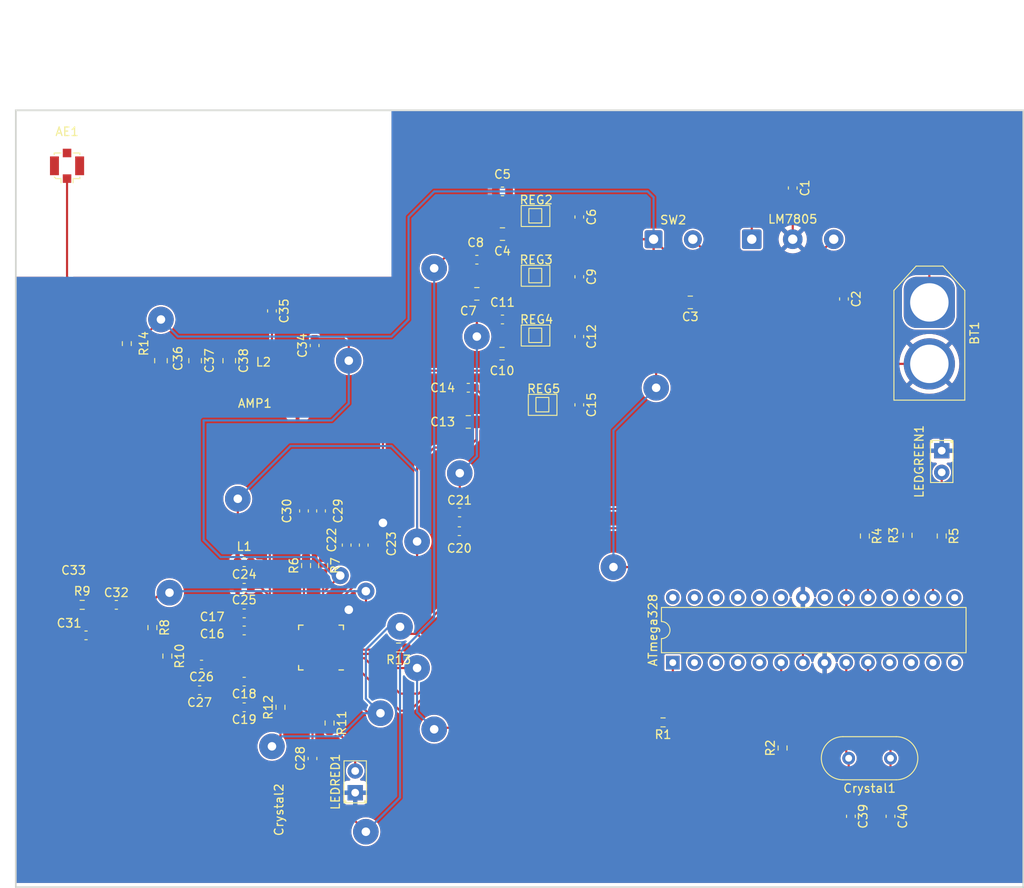
<source format=kicad_pcb>
(kicad_pcb (version 20211014) (generator pcbnew)
  (layers (0 "F.Cu" signal) (31 "B.Cu" signal) (34 "B.Paste" user) (35 "F.Paste" user) (36 "B.SilkS" user "B.Silkscreen") (37 "F.SilkS" user "F.Silkscreen") (38 "B.Mask" user) (39 "F.Mask" user) (44 "Edge.Cuts" user))
  (net 0 "")
  (net 1 "CLK")
  (net 2 "Data")
  (net 3 "LE")
  (net 5 "VP")
  (net 6 "Net-(ADF4350BCPZ-RL7-Pad7)")
  (net 7 "GND")
  (net 8 "AMP")
  (net 9 "Net-(ADF4350BCPZ-RL7-Pad13)")
  (net 12 "Net-(ADF4350BCPZ-RL7-Pad16)")
  (net 13 "Net-(ADF4350BCPZ-RL7-Pad19)")
  (net 14 "Net-(ADF4350BCPZ-RL7-Pad20)")
  (net 15 "Net-(ADF4350BCPZ-RL7-Pad22)")
  (net 16 "Net-(ADF4350BCPZ-RL7-Pad23)")
  (net 17 "Net-(ADF4350BCPZ-RL7-Pad24)")
  (net 19 "Net-(ADF4350BCPZ-RL7-Pad26)")
  (net 20 "PDBRF")
  (net 21 "Net-(ADF4350BCPZ-RL7-Pad30)")
  (net 22 "Net-(AE1-Pad1)")
  (net 23 "Net-(AMP1-Pad1)")
  (net 24 "Net-(ATmega328-Pad1)")
  (net 29 "Net-(ATmega328-Pad6)")
  (net 30 "5V")
  (net 31 "Net-(ATmega328-Pad9)")
  (net 32 "Net-(ATmega328-Pad10)")
  (net 38 "Net-(ATmega328-Pad16)")
  (net 39 "Net-(ATmega328-Pad17)")
  (net 41 "Net-(ATmega328-Pad19)")
  (net 49 "Net-(BT1-Pad1)")
  (net 50 "Net-(C2-Pad1)")
  (net 51 "REFIN")
  (net 52 "Net-(C8-Pad1)")
  (net 53 "REFOUT-")
  (net 54 "Net-(C11-Pad1)")
  (net 55 "Net-(C28-Pad1)")
  (net 56 "Net-(C32-Pad1)")
  (net 57 "Net-(C36-Pad1)")
  (net 58 "Net-(LEDGREEN1-Pad2)")
  (net 59 "Net-(ADF4350BCPZ-RL7-Pad4)")
  (net 60 "Net-(ADF4350BCPZ-RL7-Pad29)")
  (net 61 "Net-(AMP1-Pad3)")
  (net 62 "Net-(C5-Pad1)")
  (net 63 "Net-(C14-Pad1)")
  (net 64 "Net-(LEDRED1-Pad2)")
  (footprint "Capacitor_SMD:C_0603_1608Metric" (layer "F.Cu") (at 111 66.05 90)
    (fp_text reference "C34")
    (fp_text value "100p")
  )
  (footprint "Capacitor_SMD:C_0603_1608Metric" (layer "F.Cu") (at 127.975 85.6)
    (fp_text reference "C21")
    (fp_text value "100n")
  )
  (footprint "Capacitor_SMD:C_0603_1608Metric" (layer "F.Cu") (at 114.75 89.425 90)
    (fp_text reference "C22")
    (fp_text value "10p")
  )
  (footprint "Capacitor_SMD:C_0603_1608Metric" (layer "F.Cu") (at 116.75 89.425 90)
    (fp_text reference "C23")
    (fp_text value "100n")
  )
  (footprint "Resistor_SMD:R_0603_1608Metric_Pad0.98x0.95mm_HandSolder" (layer "F.Cu") (at 184.45 88.365 -90)
    (fp_text reference "R5")
    (fp_text value "220")
  )
  (footprint "Resistor_SMD:R_0603_1608Metric_Pad0.98x0.95mm_HandSolder" (layer "F.Cu") (at 92 99.0875 -90)
    (fp_text reference "R8")
    (fp_text value "680")
  )
  (footprint "Capacitor_SMD:C_0603_1608Metric" (layer "F.Cu") (at 133 48 180)
    (fp_text reference "C5")
    (fp_text value "10n")
  )
  (footprint "Capacitor_SMD:C_0805_2012Metric" (layer "F.Cu") (at 132.95 67 180)
    (fp_text reference "C10")
    (fp_text value "4u7")
  )
  (footprint "Capacitor_SMD:C_0603_1608Metric" (layer "F.Cu") (at 102.75 97.425 180)
    (fp_text reference "C17")
    (fp_text value "100n")
  )
  (footprint "Library:HMC" (layer "F.Cu") (at 109 72.825 180)
    (fp_text reference "AMP1")
    (fp_text value "HMC589AST89E")
  )
  (footprint "Capacitor_SMD:C_0603_1608Metric" (layer "F.Cu") (at 129 71 180)
    (fp_text reference "C14")
    (fp_text value "10n")
  )
  (footprint "Connector_Coaxial:U.FL_Molex_MCRF_73412-0110_Vertical" (layer "F.Cu") (at 82 45)
    (fp_text reference "AE1")
    (fp_text value "Antenna")
  )
  (footprint "Capacitor_SMD:C_0603_1608Metric" (layer "F.Cu") (at 102.75 108.425 180)
    (fp_text reference "C19")
    (fp_text value "100n" hide)
  )
  (footprint "Capacitor_SMD:C_0603_1608Metric" (layer "F.Cu") (at 142 58 -90)
    (fp_text reference "C9")
    (fp_text value "1u")
  )
  (footprint "Library:LP2992" (layer "F.Cu") (at 137 51 180)
    (fp_text reference "REG2")
    (fp_text value "LP2992")
  )
  (footprint "Capacitor_SMD:C_0805_2012Metric" (layer "F.Cu") (at 97 67.825 -90)
    (fp_text reference "C37")
    (fp_text value "1n")
  )
  (footprint "Capacitor_SMD:C_0603_1608Metric" (layer "F.Cu") (at 142 73 -90)
    (fp_text reference "C15")
    (fp_text value "1u")
  )
  (footprint "Resistor_SMD:R_0603_1608Metric_Pad0.98x0.95mm_HandSolder" (layer "F.Cu") (at 120.8375 101.425 180)
    (fp_text reference "R13")
    (fp_text value "10k")
  )
  (footprint "Capacitor_SMD:C_0603_1608Metric" (layer "F.Cu") (at 167 47.6 -90)
    (fp_text reference "C1")
    (fp_text value "330n")
  )
  (footprint "Capacitor_SMD:C_0805_2012Metric" (layer "F.Cu") (at 129 75 180)
    (fp_text reference "C13")
    (fp_text value "4u7")
  )
  (footprint "Library:LP2992" (layer "F.Cu") (at 137.83 73.12 180)
    (fp_text reference "REG5")
    (fp_text value "LP2992")
  )
  (footprint "Capacitor_SMD:C_0603_1608Metric" (layer "F.Cu") (at 97.75 103.425 180)
    (fp_text reference "C26")
    (fp_text value "10p")
  )
  (footprint "Resistor_SMD:R_0603_1608Metric_Pad0.98x0.95mm_HandSolder" (layer "F.Cu") (at 175.45 88.365 -90)
    (fp_text reference "R4")
    (fp_text value "2k")
  )
  (footprint "Resistor_SMD:R_0603_1608Metric_Pad0.98x0.95mm_HandSolder" (layer "F.Cu") (at 112.75 110.265 -90)
    (fp_text reference "R11")
    (fp_text value "2k")
  )
  (footprint "Resistor_SMD:R_0603_1608Metric_Pad0.98x0.95mm_HandSolder" (layer "F.Cu") (at 93.75 102.425 -90)
    (fp_text reference "R10")
    (fp_text value "4k7")
  )
  (footprint "Capacitor_SMD:C_0603_1608Metric" (layer "F.Cu") (at 142 65 -90)
    (fp_text reference "C12")
    (fp_text value "1u")
  )
  (footprint "Capacitor_SMD:C_0603_1608Metric" (layer "F.Cu") (at 84.225 100)
    (fp_text reference "C31")
    (fp_text value "1n2")
  )
  (footprint "Capacitor_SMD:C_0805_2012Metric" (layer "F.Cu") (at 93 67.825 -90)
    (fp_text reference "C36")
    (fp_text value "2u2")
  )
  (footprint "Capacitor_SMD:C_0805_2012Metric" (layer "F.Cu") (at 130 60 180)
    (fp_text reference "C7")
    (fp_text value "4u7")
  )
  (footprint "Capacitor_SMD:C_0603_1608Metric" (layer "F.Cu") (at 97.525 106.425 180)
    (fp_text reference "C27")
    (fp_text value "100n")
  )
  (footprint "Capacitor_SMD:C_0603_1608Metric" (layer "F.Cu") (at 127.95 87.8)
    (fp_text reference "C20")
    (fp_text value "10p")
  )
  (footprint "Resistor_SMD:R_0603_1608Metric_Pad0.98x0.95mm_HandSolder" (layer "F.Cu") (at 107 108.425 90)
    (fp_text reference "R12")
    (fp_text value "10k")
  )
  (footprint "Resistor_SMD:R_0603_1608Metric_Pad0.98x0.95mm_HandSolder" (layer "F.Cu") (at 151.81 110.19 180)
    (fp_text reference "R1")
    (fp_text value "10k")
  )
  (footprint "Capacitor_SMD:C_0603_1608Metric" (layer "F.Cu") (at 102.75 105.425 180)
    (fp_text reference "C18")
    (fp_text value "10p")
  )
  (footprint "Resistor_SMD:R_0603_1608Metric_Pad0.98x0.95mm_HandSolder" (layer "F.Cu") (at 180.45 88.2775 -90)
    (fp_text reference "R3")
    (fp_text value "2k")
  )
  (footprint "Inductor_SMD:L_0402_1005Metric" (layer "F.Cu") (at 102.75 88.425 180)
    (fp_text reference "L1")
    (fp_text value "47nH")
  )
  (footprint "Capacitor_SMD:C_0603_1608Metric" (layer "F.Cu") (at 102.75 99.425 180)
    (fp_text reference "C16")
    (fp_text value "10p")
  )
  (footprint "Capacitor_SMD:C_0805_2012Metric" (layer "F.Cu") (at 101 67.825 -90)
    (fp_text reference "C38")
    (fp_text value "100p")
  )
  (footprint "LED_THT:LED_D2.0mm_W4.8mm_H2.5mm_FlatTop" (layer "F.Cu") (at 184.45 78.365 -90)
    (fp_text reference "LEDGREEN1")
    (fp_text value "LED")
  )
  (footprint "Resistor_SMD:R_0603_1608Metric_Pad0.98x0.95mm_HandSolder" (layer "F.Cu") (at 165.81 113.19 90)
    (fp_text reference "R2")
    (fp_text value "2k")
  )
  (footprint "Connector_Wire:SolderWire-0.5sqmm_1x03_P4.8mm_D0.9mm_OD2.3mm" (layer "F.Cu") (at 162.2 53.6)
    (fp_text reference "LM7805")
    (fp_text value "L7805")
  )
  (footprint "Package_CSP:LFCSP-32-1EP_5x5mm_P0.5mm_EP3.25x3.25mm" (layer "F.Cu") (at 111.75 101.425 180)
    (fp_text reference "ADF4350BCPZ-RL7" hide)
    (fp_text value "ADF4350BCPZ-RL7")
  )
  (footprint "Capacitor_SMD:C_0603_1608Metric" (layer "F.Cu") (at 142 51 -90)
    (fp_text reference "C6")
    (fp_text value "1u")
  )
  (footprint "Capacitor_SMD:C_0603_1608Metric" (layer "F.Cu") (at 133 63 180)
    (fp_text reference "C11")
    (fp_text value "10n")
  )
  (footprint "Capacitor_SMD:C_0805_2012Metric" (layer "F.Cu") (at 155 61 180)
    (fp_text reference "C3")
    (fp_text value "10u")
  )
  (footprint "Capacitor_SMD:C_0603_1608Metric" (layer "F.Cu") (at 111.75 85.425 -90)
    (fp_text reference "C29")
    (fp_text value "10p")
  )
  (footprint "Library:LP2992" (layer "F.Cu") (at 137 58 180)
    (fp_text reference "REG3")
    (fp_text value "LP2992")
  )
  (footprint "Capacitor_SMD:C_0805_2012Metric" (layer "F.Cu") (at 133 53 180)
    (fp_text reference "C4")
    (fp_text value "4u7")
  )
  (footprint "Capacitor_SMD:C_0603_1608Metric" (layer "F.Cu") (at 110.75 114.425 90)
    (fp_text reference "C28")
    (fp_text value "1n")
  )
  (footprint "Capacitor_SMD:C_0603_1608Metric" (layer "F.Cu") (at 87.775 96.425)
    (fp_text reference "C32")
    (fp_text value "47n")
  )
  (footprint "Package_DIP:DIP-28_W7.62mm" (layer "F.Cu") (at 152.95 103.19 90)
    (fp_text reference "ATmega328")
    (fp_text value "ATmega328-P")
  )
  (footprint "Inductor_SMD:L_0402_1005Metric" (layer "F.Cu") (at 105 66.825 180)
    (fp_text reference "L2")
    (fp_text value "15nH")
  )
  (footprint "Resistor_SMD:R_0603_1608Metric" (layer "F.Cu") (at 89 65.825 90)
    (fp_text reference "R14")
    (fp_text value "1.8")
  )
  (footprint "Crystal:Crystal_HC18-U_Vertical" (layer "F.Cu") (at 178.45 114.39 180)
    (fp_text reference "Crystal1")
    (fp_text value "16.000 MHz")
  )
  (footprint "Capacitor_SMD:C_0603_1608Metric" (layer "F.Cu") (at 130 56 180)
    (fp_text reference "C8")
    (fp_text value "10n")
  )
  (footprint "LED_THT:LED_D2.0mm_W4.8mm_H2.5mm_FlatTop" (layer "F.Cu") (at 115.75 118.425 90)
    (fp_text reference "LEDRED1")
    (fp_text value "LED")
  )
  (footprint "Library:CFPS" (layer "F.Cu") (at 109.75 120.425 90)
    (fp_text reference "Crystal2")
    (fp_text value "10.000 MHz")
  )
  (footprint "Capacitor_SMD:C_0603_1608Metric" (layer "F.Cu") (at 106 62 -90)
    (fp_text reference "C35")
    (fp_text value "100p")
  )
  (footprint "Connector_AMASS:AMASS_XT60-F_1x02_P7.20mm_Vertical" (layer "F.Cu") (at 183 61 -90)
    (fp_text reference "BT1")
    (fp_text value "B_5-12V")
  )
  (footprint "Resistor_SMD:R_0603_1608Metric_Pad0.98x0.95mm_HandSolder" (layer "F.Cu") (at 110 91.825 90)
    (fp_text reference "R6")
    (fp_text value "51")
  )
  (footprint "Library:LP2992" (layer "F.Cu") (at 137 65 180)
    (fp_text reference "REG4")
    (fp_text value "LP2992")
  )
  (footprint "Resistor_SMD:R_0603_1608Metric_Pad0.98x0.95mm_HandSolder" (layer "F.Cu") (at 112 91.825 -90)
    (fp_text reference "R7")
    (fp_text value "51")
  )
  (footprint "Resistor_SMD:R_0603_1608Metric_Pad0.98x0.95mm_HandSolder" (layer "F.Cu") (at 83.775 96.425 180)
    (fp_text reference "R9")
    (fp_text value "360")
  )
  (footprint "Capacitor_SMD:C_0603_1608Metric" (layer "F.Cu") (at 178.45 121.19 -90)
    (fp_text reference "C40")
    (fp_text value "22p")
  )
  (footprint "Capacitor_SMD:C_0603_1608Metric" (layer "F.Cu") (at 173 60.6 -90)
    (fp_text reference "C2")
    (fp_text value "100n")
  )
  (footprint "Capacitor_SMD:C_0603_1608Metric" (layer "F.Cu") (at 102.75 94.425 180)
    (fp_text reference "C25")
    (fp_text value "100n")
  )
  (footprint "Capacitor_SMD:C_0603_1608Metric" (layer "F.Cu") (at 109.75 85.425 -90)
    (fp_text reference "C30")
    (fp_text value "100n")
  )
  (footprint "Capacitor_SMD:C_0603_1608Metric" (layer "F.Cu") (at 102.75 91.425 180)
    (fp_text reference "C24")
    (fp_text value "10p")
  )
  (footprint "Connector_Wire:SolderWire-0.5sqmm_1x02_P4.6mm_D0.9mm_OD2.1mm" (layer "F.Cu") (at 150.7 53.6)
    (fp_text reference "SW2")
    (fp_text value "SW_SPST")
  )
  (footprint "Capacitor_SMD:C_0603_1608Metric" (layer "F.Cu") (at 173.81 121.19 -90)
    (fp_text reference "C39")
    (fp_text value "22p")
  )
  (footprint "Capacitor_SMD:C_0201_0603Metric" (layer "F.Cu") (at 82.775 93.425)
    (fp_text reference "C33")
    (fp_text value "2n7")
  )
  (gr_rect (start 76 38.5) (end 194 129.5) (layer "Edge.Cuts") (width 0.2) (fill none))
  (segment (start 143.5475 87.4525) (end 122.175 108.825) (width 0.25) (layer "F.Cu") (net 1))
  (segment (start 122.175 108.825) (end 121 108.825) (width 0.25) (layer "F.Cu") (net 1))
  (segment (start 175.45 87.4525) (end 143.5475 87.4525) (width 0.25) (layer "F.Cu") (net 1))
  (segment (start 115.35 103.175) (end 114.15 103.175) (width 0.25) (layer "F.Cu") (net 1))
  (segment (start 121 108.825) (end 115.35 103.175) (width 0.25) (layer "F.Cu") (net 1))
  (segment (start 180.45 86.83) (end 178.81 85.19) (width 0.25) (layer "F.Cu") (net 2))
  (segment (start 142.81 85.19) (end 126 102) (width 0.25) (layer "F.Cu") (net 2))
  (segment (start 180.45 87.365) (end 180.45 86.83) (width 0.25) (layer "F.Cu") (net 2))
  (segment (start 126 102) (end 126 104) (width 0.25) (layer "F.Cu") (net 2))
  (segment (start 178.81 85.19) (end 142.81 85.19) (width 0.25) (layer "F.Cu") (net 2))
  (segment (start 123.175 106.825) (end 121 106.825) (width 0.25) (layer "F.Cu") (net 2))
  (segment (start 126 104) (end 123.175 106.825) (width 0.25) (layer "F.Cu") (net 2))
  (segment (start 121 106.825) (end 116.85 102.675) (width 0.25) (layer "F.Cu") (net 2))
  (segment (start 116.85 102.675) (end 114.15 102.675) (width 0.25) (layer "F.Cu") (net 2))
  (segment (start 125 111) (end 126 111) (width 0.25) (layer "F.Cu") (net 3))
  (segment (start 165.7225 114.19) (end 165.81 114.1025) (width 0.25) (layer "F.Cu") (net 3))
  (segment (start 144.825 110.825) (end 148.19 114.19) (width 0.25) (layer "F.Cu") (net 3))
  (segment (start 126.175 110.825) (end 144.825 110.825) (width 0.25) (layer "F.Cu") (net 3))
  (segment (start 119.59952 103.825) (end 117.94952 102.175) (width 0.25) (layer "F.Cu") (net 3))
  (segment (start 148.19 114.19) (end 165.7225 114.19) (width 0.25) (layer "F.Cu") (net 3))
  (segment (start 117.94952 102.175) (end 114.15 102.175) (width 0.25) (layer "F.Cu") (net 3))
  (segment (start 123 103.825) (end 119.59952 103.825) (width 0.25) (layer "F.Cu") (net 3))
  (segment (start 126 111) (end 126.175 110.825) (width 0.25) (layer "F.Cu") (net 3))
  (via (at 125 111) (size 3) (drill 1) (layers "F.Cu" "B.Cu") (net 3))
  (via (at 123 103.825) (size 3) (drill 1) (layers "F.Cu" "B.Cu") (net 3))
  (segment (start 125 111) (end 123 109) (width 0.25) (layer "B.Cu") (net 3))
  (segment (start 123 109) (end 123 103.825) (width 0.25) (layer "B.Cu") (net 3))
  (segment (start 122 91.825) (end 123 90.825) (width 0.25) (layer "F.Cu") (net 5))
  (segment (start 123 80) (end 125 78) (width 0.25) (layer "F.Cu") (net 5))
  (segment (start 102 88.16) (end 102.265 88.425) (width 0.25) (layer "F.Cu") (net 5))
  (segment (start 136.4 73.95) (end 131 73.95) (width 0.25) (layer "F.Cu") (net 5))
  (segment (start 113 96.825) (end 116.5 93.325) (width 0.25) (layer "F.Cu") (net 5))
  (segment (start 123 90.825) (end 123 89) (width 0.25) (layer "F.Cu") (net 5))
  (segment (start 125 78) (end 129 78) (width 0.25) (layer "F.Cu") (net 5))
  (segment (start 123 89) (end 123 80) (width 0.25) (layer "F.Cu") (net 5))
  (segment (start 129.95 77.05) (end 129.95 75) (width 0.25) (layer "F.Cu") (net 5))
  (segment (start 117 92.825) (end 118 91.825) (width 0.25) (layer "F.Cu") (net 5))
  (segment (start 117 90.45) (end 116.75 90.2) (width 0.25) (layer "F.Cu") (net 5))
  (segment (start 116.125386 100.675) (end 122 94.800386) (width 0.25) (layer "F.Cu") (net 5))
  (segment (start 129 78) (end 129.95 77.05) (width 0.25) (layer "F.Cu") (net 5))
  (segment (start 114.75 90.2) (end 114.75 91.575) (width 0.25) (layer "F.Cu") (net 5))
  (segment (start 131 73.95) (end 129.95 75) (width 0.25) (layer "F.Cu") (net 5))
  (segment (start 117 92.825) (end 117 90.45) (width 0.25) (layer "F.Cu") (net 5))
  (segment (start 116.5 93.325) (end 117 92.825) (width 0.25) (layer "F.Cu") (net 5))
  (segment (start 122 94.800386) (end 122 91.825) (width 0.25) (layer "F.Cu") (net 5))
  (segment (start 113 99.025) (end 113 96.825) (width 0.25) (layer "F.Cu") (net 5))
  (segment (start 102 84) (end 102 88.16) (width 0.25) (layer "F.Cu") (net 5))
  (segment (start 114.75 91.575) (end 116.5 93.325) (width 0.25) (layer "F.Cu") (net 5))
  (segment (start 118 91.825) (end 122 91.825) (width 0.25) (layer "F.Cu") (net 5))
  (segment (start 114.15 100.675) (end 116.125386 100.675) (width 0.25) (layer "F.Cu") (net 5))
  (via (at 123 89) (size 3) (drill 1) (layers "F.Cu" "B.Cu") (net 5))
  (via (at 102 84) (size 3) (drill 1) (layers "F.Cu" "B.Cu") (net 5))
  (segment (start 123 80.825) (end 123 89) (width 0.25) (layer "B.Cu") (net 5))
  (segment (start 102 84) (end 108.175 77.825) (width 0.25) (layer "B.Cu") (net 5))
  (segment (start 108.175 77.825) (end 120 77.825) (width 0.25) (layer "B.Cu") (net 5))
  (segment (start 120 77.825) (end 123 80.825) (width 0.25) (layer "B.Cu") (net 5))
  (segment (start 91.775 95.575) (end 91.775 95.425) (width 0.25) (layer "F.Cu") (net 6))
  (segment (start 91.775 97.95) (end 92 98.175) (width 0.25) (layer "F.Cu") (net 6))
  (segment (start 94 95) (end 93 95) (width 0.25) (layer "F.Cu") (net 6))
  (segment (start 89.775 93.425) (end 83.095 93.425) (width 0.25) (layer "F.Cu") (net 6))
  (segment (start 93 95) (end 91.775 96.225) (width 0.25) (layer "F.Cu") (net 6))
  (segment (start 117.012299 94.837299) (end 117.012299 98.812701) (width 0.25) (layer "F.Cu") (net 6))
  (segment (start 91.775 96.225) (end 91.775 95.575) (width 0.25) (layer "F.Cu") (net 6))
  (segment (start 88.725 96.6) (end 88.55 96.425) (width 0.25) (layer "F.Cu") (net 6))
  (segment (start 91.775 95.425) (end 89.775 93.425) (width 0.25) (layer "F.Cu") (net 6))
  (segment (start 91.775 96.225) (end 91.775 97.95) (width 0.25) (layer "F.Cu") (net 6))
  (segment (start 91.775 96.6) (end 91.775 96.225) (width 0.25) (layer "F.Cu") (net 6))
  (segment (start 115.65 100.175) (end 114.15 100.175) (width 0.25) (layer "F.Cu") (net 6))
  (segment (start 117.012299 98.812701) (end 115.65 100.175) (width 0.25) (layer "F.Cu") (net 6))
  (segment (start 91.775 96.6) (end 88.725 96.6) (width 0.25) (layer "F.Cu") (net 6))
  (segment (start 117 94.825) (end 117.012299 94.837299) (width 0.25) (layer "F.Cu") (net 6))
  (via (at 117 94.825) (size 2) (drill 1) (layers "F.Cu" "B.Cu") (net 6))
  (via (at 94 95) (size 3) (drill 1) (layers "F.Cu" "B.Cu") (net 6))
  (segment (start 94 95) (end 94.175 94.825) (width 0.25) (layer "B.Cu") (net 6))
  (segment (start 94.175 94.825) (end 117 94.825) (width 0.25) (layer "B.Cu") (net 6))
  (segment (start 136.88 64.88) (end 137 65) (width 0.25) (layer "F.Cu") (net 7))
  (segment (start 96 71.825) (end 97 70.825) (width 0.25) (layer "F.Cu") (net 7))
  (segment (start 138 54) (end 139.775 54) (width 0.25) (layer "F.Cu") (net 7))
  (segment (start 136.88 50.88) (end 137 50.76) (width 0.25) (layer "F.Cu") (net 7))
  (segment (start 159 48) (end 159 56) (width 0.25) (layer "F.Cu") (net 7))
  (segment (start 112.5 99.025) (end 112.5 100.675) (width 0.25) (layer "F.Cu") (net 7))
  (segment (start 80 96.825) (end 80 102.825) (width 0.25) (layer "F.Cu") (net 7))
  (segment (start 99.575 110.825) (end 99 110.825) (width 0.25) (layer "F.Cu") (net 7))
  (segment (start 128.225 71) (end 130.05 72.825) (width 0.25) (layer "F.Cu") (net 7))
  (segment (start 95 71.825) (end 95 79.825) (width 0.25) (layer "F.Cu") (net 7))
  (segment (start 167.81 110.19) (end 168.81 109.19) (width 0.25) (layer "F.Cu") (net 7))
  (segment (start 170.81 107.19) (end 170.73 107.11) (width 0.25) (layer "F.Cu") (net 7))
  (segment (start 93.75 103.3375) (end 80.5125 103.3375) (width 0.25) (layer "F.Cu") (net 7))
  (segment (start 137 58) (end 137 60) (width 0.25) (layer "F.Cu") (net 7))
  (segment (start 139.775 54) (end 142 51.775) (width 0.25) (layer "F.Cu") (net 7))
  (segment (start 116.75 87.425) (end 117.35 86.825) (width 0.25) (layer "F.Cu") (net 7))
  (segment (start 109.35 101.675) (end 111.5 101.675) (width 0.25) (layer "F.Cu") (net 7))
  (segment (start 117.35 86.825) (end 118 86.825) (width 0.25) (layer "F.Cu") (net 7))
  (segment (start 137 50.76) (end 137 45) (width 0.25) (layer "F.Cu") (net 7))
  (segment (start 178.45 124.83) (end 178.81 125.19) (width 0.25) (layer "F.Cu") (net 7))
  (segment (start 93 68.775) (end 93 70.825) (width 0.25) (layer "F.Cu") (net 7))
  (segment (start 114.75 87.425) (end 114.75 88.65) (width 0.25) (layer "F.Cu") (net 7))
  (segment (start 138 73) (end 130.05 73) (width 0.25) (layer "F.Cu") (net 7))
  (segment (start 111 102.175) (end 111.75 101.425) (width 0.25) (layer "F.Cu") (net 7))
  (segment (start 134.105 64.88) (end 132.225 63) (width 0.25) (layer "F.Cu") (net 7))
  (segment (start 142 66) (end 142 65.775) (width 0.25) (layer "F.Cu") (net 7))
  (segment (start 136.88 53.12) (end 137 53) (width 0.25) (layer "F.Cu") (net 7))
  (segment (start 83.19 125.19) (end 104.81 125.19) (width 0.25) (layer "F.Cu") (net 7))
  (segment (start 113.5 99.025) (end 113.5 99.675) (width 0.25) (layer "F.Cu") (net 7))
  (segment (start 138 75) (end 139 76) (width 0.25) (layer "F.Cu") (net 7))
  (segment (start 80 86.825) (end 80 90.825) (width 0.25) (layer "F.Cu") (net 7))
  (segment (start 101.975 97.425) (end 100.75 97.425) (width 0.25) (layer "F.Cu") (net 7))
  (segment (start 81 100) (end 80 101) (width 0.25) (layer "F.Cu") (net 7))
  (segment (start 96.975 103.425) (end 96.75 103.65) (width 0.25) (layer "F.Cu") (net 7))
  (segment (start 98 71.825) (end 97 70.825) (width 0.25) (layer "F.Cu") (net 7))
  (segment (start 136.88 60.12) (end 137 60) (width 0.25) (layer "F.Cu") (net 7))
  (segment (start 173.6 50.6) (end 176 50.6) (width 0.25) (layer "F.Cu") (net 7))
  (segment (start 170 50.6) (end 173.6 50.6) (width 0.25) (layer "F.Cu") (net 7))
  (segment (start 189.81 117.19) (end 182.81 124.19) (width 0.25) (layer "F.Cu") (net 7))
  (segment (start 159 56) (end 164.6 56) (width 0.25) (layer "F.Cu") (net 7))
  (segment (start 94.75 106.425) (end 96.75 106.425) (width 0.25) (layer "F.Cu") (net 7))
  (segment (start 130.05 72.825) (end 130.05 73) (width 0.25) (layer "F.Cu") (net 7))
  (segment (start 94 71.825) (end 95 71.825) (width 0.25) (layer "F.Cu") (net 7))
  (segment (start 138 61) (end 140 61) (width 0.25) (layer "F.Cu") (net 7))
  (segment (start 115.75 118.425) (end 119.6 118.425) (width 0.25) (layer "F.Cu") (net 7))
  (segment (start 157 68) (end 169 68) (width 0.25) (layer "F.Cu") (net 7))
  (segment (start 176 66.6) (end 176 67.6) (width 0.25) (layer "F.Cu") (net 7))
  (segment (start 130.05 73) (end 128.05 75) (width 0.25) (layer "F.Cu") (net 7))
  (segment (start 120 125) (end 120.19 125.19) (width 0.25) (layer "F.Cu") (net 7))
  (segment (start 137 67) (end 138 68) (width 0.25) (layer "F.Cu") (net 7))
  (segment (start 136.88 50.88) (end 135.105 50.88) (width 0.25) (layer "F.Cu") (net 7))
  (segment (start 138.17 64.88) (end 136.88 64.88) (width 0.25) (layer "F.Cu") (net 7))
  (segment (start 87 79.825) (end 80 86.825) (width 0.25) (layer "F.Cu") (net 7))
  (segment (start 189.81 75.01) (end 183 68.2) (width 0.25) (layer "F.Cu") (net 7))
  (segment (start 111.5 101.675) (end 111.75 101.425) (width 0.25) (layer "F.Cu") (net 7))
  (segment (start 82.455 93.425) (end 80.575 93.425) (width 0.25) (layer "F.Cu") (net 7))
  (segment (start 81.45 100) (end 81 100) (width 0.25) (layer "F.Cu") (net 7))
  (segment (start 101.975 108.425) (end 99.575 110.825) (width 0.25) (layer "F.Cu") (net 7))
  (segment (start 97 70.825) (end 97 68.775) (width 0.25) (layer "F.Cu") (net 7))
  (segment (start 100.75 91.425) (end 100.75 94.425) (width 0.25) (layer "F.Cu") (net 7))
  (segment (start 120 118.825) (end 120 125) (width 0.25) (layer "F.Cu") (net 7))
  (segment (start 91 79.825) (end 87 79.825) (width 0.25) (layer "F.Cu") (net 7))
  (segment (start 95 79.825) (end 91 79.825) (width 0.25) (layer "F.Cu") (net 7))
  (segment (start 109 70.925) (end 109 74.125) (width 0.25) (layer "F.Cu") (net 7))
  (segment (start 136.88 64.88) (end 136.88 60.12) (width 0.25) (layer "F.Cu") (net 7))
  (segment (start 100.75 94.425) (end 101.975 94.425) (width 0.25) (layer "F.Cu") (net 7))
  (segment (start 115 97) (end 113.5 98.5) (width 0.25) (layer "F.Cu") (net 7))
  (segment (start 176 64.375) (end 176 66.6) (width 0.25) (layer "F.Cu") (net 7))
  (segment (start 138.17 57.88) (end 137.12 57.88) (width 0.25) (layer "F.Cu") (net 7))
  (segment (start 116.75 87.425) (end 114.75 87.425) (width 0.25) (layer "F.Cu") (net 7))
  (segment (start 111.58 118.425) (end 115.75 118.425) (width 0.25) (layer "F.Cu") (net 7))
  (segment (start 80 90.825) (end 80 94) (width 0.25) (layer "F.Cu") (net 7))
  (segment (start 111.75 83.075) (end 111.75 82.425) (width 0.25) (layer "F.Cu") (net 7))
  (segment (start 113 103.825) (end 113 106.825) (width 0.25) (layer "F.Cu") (net 7))
  (segment (start 164.6 56) (end 167 53.6) (width 0.25) (layer "F.Cu") (net 7))
  (segment (start 109.35 100.175) (end 110.5 100.175) (width 0.25) (layer "F.Cu") (net 7))
  (segment (start 120.19 125.19) (end 181.81 125.19) (width 0.25) (layer "F.Cu") (net 7))
  (segment (start 94.6 91.425) (end 94 90.825) (width 0.25) (layer "F.Cu") (net 7))
  (segment (start 175 68) (end 175.6 68) (width 0.25) (layer "F.Cu") (net 7))
  (segment (start 137 45) (end 138 44) (width 0.25) (layer "F.Cu") (net 7))
  (segment (start 137 65) (end 137 67) (width 0.25) (layer "F.Cu") (net 7))
  (segment (start 93 70.825) (end 94 71.825) (width 0.25) (layer "F.Cu") (net 7))
  (segment (start 168 68) (end 169 68) (width 0.25) (layer "F.Cu") (net 7))
  (segment (start 131.105 57.945) (end 129.05 60) (width 0.25) (layer "F.Cu") (net 7))
  (segment (start 138.17 50.88) (end 136.88 50.88) (width 0.25) (layer "F.Cu") (net 7))
  (segment (start 181.81 125.19) (end 171.81 125.19) (width 0.25) (layer "F.Cu") (net 7))
  (segment (start 136.88 64.88) (end 134.105 64.88) (width 0.25) (layer "F.Cu") (net 7))
  (segment (start 138 68) (end 140 68) (width 0.25) (layer "F.Cu") (net 7))
  (segment (start 111.75 81.075) (end 110.5 79.825) (width 0.25) (layer "F.Cu") (net 7))
  (segment (start 189.81 78.19) (end 189.81 117.19) (width 0.25) (layer "F.Cu") (net 7))
  (segment (start 168.19 95.57) (end 168.19 97.81) (width 0.25) (layer "F.Cu") (net 7))
  (segment (start 155.95 61) (end 161 61) (width 0.25) (layer "F.Cu") (net 7))
  (segment (start 100.75 99.425) (end 101.975 99.425) (width 0.25) (layer "F.Cu") (net 7))
  (segment (start 128.75 87.775) (end 128.725 87.8) (width 0.25) (layer "F.Cu") (net 7))
  (segment (start 110.5 100.175) (end 111.75 101.425) (width 0.25) (layer "F.Cu") (net 7))
  (segment (start 116.75 88.65) (end 116.75 87.425) (width 0.25) (layer "F.Cu") (net 7))
  (segment (start 184.45 78.365) (end 189.635 78.365) (width 0.25) (layer "F.Cu") (net 7))
  (segment (start 134.105 64.88) (end 134.105 64.895) (width 0.25) (layer "F.Cu") (net 7))
  (segment (start 136.88 50.88) (end 136.88 52.88) (width 0.25) (layer "F.Cu") (net 7))
  (segment (start 100.75 97.425) (end 100.6 97.425) (width 0.25) (layer "F.Cu") (net 7))
  (segment (start 136.88 52.88) (end 137 53) (width 0.25) (layer "F.Cu") (net 7))
  (segment (start 113.5 99.675) (end 111.75 101.425) (width 0.25) (layer "F.Cu") (net 7))
  (segment (start 80 122) (end 83.19 125.19) (width 0.25) (layer "F.Cu") (net 7))
  (segment (start 113 103.825) (end 113 102.675) (width 0.25) (layer "F.Cu") (net 7))
  (segment (start 168.19 97.81) (end 166.81 99.19) (width 0.25) (layer "F.Cu") (net 7))
  (segment (start 110.5 79.825) (end 109 79.825) (width 0.25) (layer "F.Cu") (net 7))
  (segment (start 100.75 91.425) (end 94.6 91.425) (width 0.25) (layer "F.Cu") (net 7))
  (segment (start 95 71.825) (end 96 71.825) (width 0.25) (layer "F.Cu") (net 7))
  (segment (start 173 61.375) (end 176 64.375) (width 0.25) (layer "F.Cu") (net 7))
  (segment (start 135.105 50.88) (end 134.17 50.88) (width 0.25) (layer "F.Cu") (net 7))
  (segment (start 178.45 121.965) (end 178.45 124.83) (width 0.25) (layer "F.Cu") (net 7))
  (segment (start 100.6 97.425) (end 94 90.825) (width 0.25) (layer "F.Cu") (net 7))
  (segment (start 138 44) (end 155 44) (width 0.25) (layer "F.Cu") (net 7))
  (segment (start 135.105 50.88) (end 132.225 48) (width 0.25) (layer "F.Cu") (net 7))
  (segment (start 109 74.125) (end 109 79.825) (width 0.25) (layer "F.Cu") (net 7))
  (segment (start 80.575 93.425) (end 80 94) (width 0.25) (layer "F.Cu") (net 7))
  (segment (start 100.75 97.425) (end 100.75 99.425) (width 0.25) (layer "F.Cu") (net 7))
  (segment (start 140 61) (end 142 59) (width 0.25) (layer "F.Cu") (net 7))
  (segment (start 134.17 50.88) (end 132.05 53) (width 0.25) (layer "F.Cu") (net 7))
  (segment (start 118 86.825) (end 119 86.825) (width 0.25) (layer "F.Cu") (net 7))
  (segment (start 139 76) (end 141 76) (width 0.25) (layer "F.Cu") (net 7))
  (segment (start 137 53) (end 138 54) (width 0.25) (layer "F.Cu") (net 7))
  (segment (start 109 79.825) (end 95 79.825) (width 0.25) (layer "F.Cu") (net 7))
  (segment (start 93.75 103.3375) (end 93.75 105.425) (width 0.25) (layer "F.Cu") (net 7))
  (segment (start 171.81 125.19) (end 167.81 121.19) (width 0.25) (layer "F.Cu") (net 7))
  (segment (start 110.85 119.155) (end 111.58 118.425) (width 0.25) (layer "F.Cu") (net 7))
  (segment (start 80.5125 103.3375) (end 80 102.825) (width 0.25) (layer "F.Cu") (net 7))
  (segment (start 178.81 125.19) (end 181.81 125.19) (width 0.25) (layer "F.Cu") (net 7))
  (segment (start 111.75 84.65) (end 111.75 83.075) (width 0.25) (layer "F.Cu") (net 7))
  (segment (start 101 68.775) (end 101 70.825) (width 0.25) (layer "F.Cu") (net 7))
  (segment (start 189.635 78.365) (end 189.81 78.19) (width 0.25) (layer "F.Cu") (net 7))
  (segment (start 182.81 124.19) (end 181.81 125.19) (width 0.25) (layer "F.Cu") (net 7))
  (segment (start 80 95) (end 80 122) (width 0.25) (layer "F.Cu") (net 7))
  (segment (start 80.4 96.425) (end 80 96.825) (width 0.25) (layer "F.Cu") (net 7))
  (segment (start 138 73) (end 138 68) (width 0.25) (layer "F.Cu") (net 7))
  (segment (start 82.8625 96.425) (end 80.4 96.425) (width 0.25) (layer "F.Cu") (net 7))
  (segment (start 113 102.675) (end 111.75 101.425) (width 0.25) (layer "F.Cu") (net 7))
  (segment (start 167 53.6) (end 170 50.6) (width 0.25) (layer "F.Cu") (net 7))
  (segment (start 139 73) (end 138 73) (width 0.25) (layer "F.Cu") (net 7))
  (segment (start 104.81 125.19) (end 120.19 125.19) (width 0.25) (layer "F.Cu") (net 7))
  (segment (start 80 94) (end 80 96.825) (width 0.25) (layer "F.Cu") (net 7))
  (segment (start 113 106.825) (end 120 113.825) (width 0.25) (layer "F.Cu") (net 7))
  (segment (start 93.75 105.425) (end 94.75 106.425) (width 0.25) (layer "F.Cu") (net 7))
  (segment (start 101 70.825) (end 100 71.825) (width 0.25) (layer "F.Cu") (net 7))
  (segment (start 166.81 99.19) (end 166.81 107.19) (width 0.25) (layer "F.Cu") (net 7))
  (segment (start 134.105 64.895) (end 132 67) (width 0.25) (layer "F.Cu") (net 7))
  (segment (start 137 60) (end 138 61) (width 0.25) (layer "F.Cu") (net 7))
  (segment (start 113.5 98.5) (end 113.5 99.025) (width 0.25) (layer "F.Cu") (net 7))
  (segment (start 114.15 99.675) (end 113.5 99.675) (width 0.25) (layer "F.Cu") (net 7))
  (segment (start 128.75 85.6) (end 139.4 85.6) (width 0.25) (layer "F.Cu") (net 7))
  (segment (start 176.6 68.2) (end 183 68.2) (width 0.25) (layer "F.Cu") (net 7))
  (segment (start 128.75 85.6) (end 128.75 87.775) (width 0.25) (layer "F.Cu") (net 7))
  (segment (start 189.81 78.19) (end 189.81 75.01) (width 0.25) (layer "F.Cu") (net 7))
  (segment (start 119.6 118.425) (end 120 118.825) (width 0.25) (layer "F.Cu") (net 7))
  (segment (start 176 67.6) (end 176.6 68.2) (width 0.25) (layer "F.Cu") (net 7))
  (segment (start 131.105 57.88) (end 129.225 56) (width 0.25) (layer "F.Cu") (net 7))
  (segment (start 176 50.6) (end 176 67.6) (width 0.25) (layer "F.Cu") (net 7))
  (segment (start 170.73 107.11) (end 170.73 103.19) (width 0.25) (layer "F.Cu") (net 7))
  (segment (start 139.4 85.6) (end 157 68) (width 0.25) (layer "F.Cu") (net 7))
  (segment (start 99 110.825) (end 80 110.825) (width 0.25) (layer "F.Cu") (net 7))
  (segment (start 109.75 82.425) (end 109.75 84.65) (width 0.25) (layer "F.Cu") (net 7))
  (segment (start 111.75 83.075) (end 111.75 81.075) (width 0.25) (layer "F.Cu") (net 7))
  (segment (start 169 68) (end 175 68) (width 0.25) (layer "F.Cu") (net 7))
  (segment (start 131.105 57.88) (end 131.105 57.945) (width 0.25) (layer "F.Cu") (net 7))
  (segment (start 112.5 100.675) (end 111.75 101.425) (width 0.25) (layer "F.Cu") (net 7))
  (segment (start 101.975 105.425) (end 101.975 108.425) (width 0.25) (layer "F.Cu") (net 7))
  (segment (start 173.81 121.965) (end 173.81 125.19) (width 0.25) (layer "F.Cu") (net 7))
  (segment (start 168.81 109.19) (end 170.81 107.19) (width 0.25) (layer "F.Cu") (net 7))
  (segment (start 167.81 121.19) (end 167.81 110.19) (width 0.25) (layer "F.Cu") (net 7))
  (segment (start 111 103.825) (end 111 102.175) (width 0.25) (layer "F.Cu") (net 7))
  (segment (start 140 68) (end 142 66) (width 0.25) (layer "F.Cu") (net 7))
  (segment (start 111.75 82.425) (end 109.75 82.425) (width 0.25) (layer "F.Cu") (net 7))
  (segment (start 101.975 91.425) (end 100.75 91.425) (width 0.25) (layer "F.Cu") (net 7))
  (segment (start 136.88 57.88) (end 136.88 53.12) (width 0.25) (layer "F.Cu") (net 7))
  (segment (start 142 75) (end 142 73.775) (width 0.25) (layer "F.Cu") (net 7))
  (segment (start 138.17 57.88) (end 136.88 57.88) (width 0.25) (layer "F.Cu") (net 7))
  (segment (start 161 61) (end 168 68) (width 0.25) (layer "F.Cu") (net 7))
  (segment (start 80 102.825) (end 80 110.825) (width 0.25) (layer "F.Cu") (net 7))
  (segment (start 136.88 57.88) (end 131.105 57.88) (width 0.25) (layer "F.Cu") (net 7))
  (segment (start 100 71.825) (end 98 71.825) (width 0.25) (layer "F.Cu") (net 7))
  (segment (start 166.81 107.19) (end 168.81 109.19) (width 0.25) (layer "F.Cu") (net 7))
  (segment (start 120 113.825) (end 120 118.825) (width 0.25) (layer "F.Cu") (net 7))
  (segment (start 175.6 68) (end 176 67.6) (width 0.25) (layer "F.Cu") (net 7))
  (segment (start 96.75 103.65) (end 96.75 106.425) (width 0.25) (layer "F.Cu") (net 7))
  (segment (start 173.81 125.19) (end 171.81 125.19) (width 0.25) (layer "F.Cu") (net 7))
  (segment (start 83.45 100) (end 81.45 100) (width 0.25) (layer "F.Cu") (net 7))
  (segment (start 138 73) (end 138 75) (width 0.25) (layer "F.Cu") (net 7))
  (segment (start 142 59) (end 142 58.775) (width 0.25) (layer "F.Cu") (net 7))
  (segment (start 137.12 57.88) (end 137 58) (width 0.25) (layer "F.Cu") (net 7))
  (segment (start 155 44) (end 159 48) (width 0.25) (layer "F.Cu") (net 7))
  (segment (start 110.75 119.055) (end 110.85 119.155) (width 0.25) (layer "F.Cu") (net 7))
  (segment (start 167 48.6) (end 167 53.6) (width 0.25) (layer "F.Cu") (net 7))
  (segment (start 94 90.825) (end 80 90.825) (width 0.25) (layer "F.Cu") (net 7))
  (segment (start 141 76) (end 142 75) (width 0.25) (layer "F.Cu") (net 7))
  (via (at 115 97) (size 2) (drill 1) (layers "F.Cu" "B.Cu") (net 7))
  (via (at 119 86.825) (size 3) (drill 1) (layers "F.Cu" "B.Cu") (net 7))
  (segment (start 119 96) (end 119 86.825) (width 0.25) (layer "B.Cu") (net 7))
  (segment (start 115 97) (end 118 97) (width 0.25) (layer "B.Cu") (net 7))
  (segment (start 118 97) (end 119 96) (width 0.25) (layer "B.Cu") (net 7))
  (segment (start 115 67.825) (end 115 65.85) (width 0.25) (layer "F.Cu") (net 8))
  (segment (start 112 94.825) (end 112 92.7375) (width 0.25) (layer "F.Cu") (net 8))
  (segment (start 112.175 94.825) (end 112 94.825) (width 0.25) (layer "F.Cu") (net 8))
  (segment (start 114 93) (end 112.175 94.825) (width 0.25) (layer "F.Cu") (net 8))
  (segment (start 114.425 65.275) (end 111 65.275) (width 0.25) (layer "F.Cu") (net 8))
  (segment (start 115 65.85) (end 114.425 65.275) (width 0.25) (layer "F.Cu") (net 8))
  (segment (start 112 99.025) (end 112 94.825) (width 0.25) (layer "F.Cu") (net 8))
  (via (at 114 93) (size 2) (drill 1) (layers "F.Cu" "B.Cu") (net 8))
  (via (at 115 67.825) (size 3) (drill 1) (layers "F.Cu" "B.Cu") (net 8))
  (segment (start 98 74.825) (end 113 74.825) (width 0.25) (layer "B.Cu") (net 8))
  (segment (start 111 90.825) (end 100 90.825) (width 0.25) (layer "B.Cu") (net 8))
  (segment (start 113 74.825) (end 115 72.825) (width 0.25) (layer "B.Cu") (net 8))
  (segment (start 114 93) (end 113.175 93) (width 0.25) (layer "B.Cu") (net 8))
  (segment (start 100 90.825) (end 98 88.825) (width 0.25) (layer "B.Cu") (net 8))
  (segment (start 98 88.825) (end 98 74.825) (width 0.25) (layer "B.Cu") (net 8))
  (segment (start 113.175 93) (end 111 90.825) (width 0.25) (layer "B.Cu") (net 8))
  (segment (start 115 72.825) (end 115 67.825) (width 0.25) (layer "B.Cu") (net 8))
  (segment (start 111.5 99.025) (end 111.5 97.175) (width 0.25) (layer "F.Cu") (net 9))
  (segment (start 109.75 92.9875) (end 110 92.7375) (width 0.25) (layer "F.Cu") (net 9))
  (segment (start 109.75 95.425) (end 109.75 92.9875) (width 0.25) (layer "F.Cu") (net 9))
  (segment (start 111.5 97.175) (end 109.75 95.425) (width 0.25) (layer "F.Cu") (net 9))
  (segment (start 104.75 94.425) (end 103.525 94.425) (width 0.25) (layer "F.Cu") (net 12))
  (segment (start 105.75 95.425) (end 104.75 94.425) (width 0.25) (layer "F.Cu") (net 12))
  (segment (start 110 99.025) (end 110 97.675) (width 0.25) (layer "F.Cu") (net 12))
  (segment (start 105.75 89.425) (end 104.75 88.425) (width 0.25) (layer "F.Cu") (net 12))
  (segment (start 104.75 88.425) (end 103.235 88.425) (width 0.25) (layer "F.Cu") (net 12))
  (segment (start 109.35 99.675) (end 108 99.675) (width 0.25) (layer "F.Cu") (net 12))
  (segment (start 104.75 91.425) (end 103.525 91.425) (width 0.25) (layer "F.Cu") (net 12))
  (segment (start 109.75 97.425) (end 107.75 97.425) (width 0.25) (layer "F.Cu") (net 12))
  (segment (start 107.75 97.425) (end 105.75 95.425) (width 0.25) (layer "F.Cu") (net 12))
  (segment (start 110 97.675) (end 109.75 97.425) (width 0.25) (layer "F.Cu") (net 12))
  (segment (start 107.75 99.425) (end 107.75 97.425) (width 0.25) (layer "F.Cu") (net 12))
  (segment (start 105.75 95.425) (end 105.75 89.425) (width 0.25) (layer "F.Cu") (net 12))
  (segment (start 104.75 94.425) (end 104.75 91.425) (width 0.25) (layer "F.Cu") (net 12))
  (segment (start 108 99.675) (end 107.75 99.425) (width 0.25) (layer "F.Cu") (net 12))
  (segment (start 106 100.675) (end 104.75 99.425) (width 0.25) (layer "F.Cu") (net 13))
  (segment (start 104.75 97.425) (end 104.75 99.425) (width 0.25) (layer "F.Cu") (net 13))
  (segment (start 109.35 100.675) (end 106 100.675) (width 0.25) (layer "F.Cu") (net 13))
  (segment (start 104.75 99.425) (end 103.525 99.425) (width 0.25) (layer "F.Cu") (net 13))
  (segment (start 103.525 97.425) (end 104.75 97.425) (width 0.25) (layer "F.Cu") (net 13))
  (segment (start 109.35 101.175) (end 98.5 101.175) (width 0.25) (layer "F.Cu") (net 14))
  (segment (start 97.325 100) (end 92 100) (width 0.25) (layer "F.Cu") (net 14))
  (segment (start 98.5 101.175) (end 97.325 100) (width 0.25) (layer "F.Cu") (net 14))
  (segment (start 92 100) (end 85 100) (width 0.25) (layer "F.Cu") (net 14))
  (segment (start 95.75 101.425) (end 93.8375 101.425) (width 0.25) (layer "F.Cu") (net 15))
  (segment (start 109.35 102.175) (end 96.5 102.175) (width 0.25) (layer "F.Cu") (net 15))
  (segment (start 93.8375 101.425) (end 93.75 101.5125) (width 0.25) (layer "F.Cu") (net 15))
  (segment (start 96.5 102.175) (end 95.75 101.425) (width 0.25) (layer "F.Cu") (net 15))
  (segment (start 109.35 102.675) (end 99.275 102.675) (width 0.25) (layer "F.Cu") (net 16))
  (segment (start 99.275 102.675) (end 98.525 103.425) (width 0.25) (layer "F.Cu") (net 16))
  (segment (start 98.525 103.425) (end 98.525 106.2) (width 0.25) (layer "F.Cu") (net 16))
  (segment (start 98.525 106.2) (end 98.3 106.425) (width 0.25) (layer "F.Cu") (net 16))
  (segment (start 105.775 103.175) (end 103.525 105.425) (width 0.25) (layer "F.Cu") (net 17))
  (segment (start 103.525 105.425) (end 103.525 108.425) (width 0.25) (layer "F.Cu") (net 17))
  (segment (start 109.35 103.175) (end 105.775 103.175) (width 0.25) (layer "F.Cu") (net 17))
  (segment (start 110.5 103.825) (end 110.5 104.7625) (width 0.25) (layer "F.Cu") (net 19))
  (segment (start 109.75 104.7625) (end 107 107.5125) (width 0.25) (layer "F.Cu") (net 19))
  (segment (start 110.5 104.7625) (end 109.75 104.7625) (width 0.25) (layer "F.Cu") (net 19))
  (segment (start 135.57 58.83) (end 132.12 58.83) (width 0.25) (layer "F.Cu") (net 20))
  (segment (start 127.2 85.6) (end 126.4 85.6) (width 0.25) (layer "F.Cu") (net 20))
  (segment (start 121.75 101.425) (end 123.75 101.425) (width 0.25) (layer "F.Cu") (net 20))
  (segment (start 125.95 96.7) (end 122.825 99.825) (width 0.25) (layer "F.Cu") (net 20))
  (segment (start 132.12 58.83) (end 130.95 60) (width 0.25) (layer "F.Cu") (net 20))
  (segment (start 107.4875 109.825) (end 107 109.3375) (width 0.25) (layer "F.Cu") (net 20))
  (segment (start 126.4 85.6) (end 126 86) (width 0.25) (layer "F.Cu") (net 20))
  (segment (start 111.5 105.325) (end 110 106.825) (width 0.25) (layer "F.Cu") (net 20))
  (segment (start 130.95 60) (end 130.95 61.05) (width 0.25) (layer "F.Cu") (net 20))
  (segment (start 113.5 105.325) (end 113.5 103.825) (width 0.25) (layer "F.Cu") (net 20))
  (segment (start 128 84) (end 127.2 84.8) (width 0.25) (layer "F.Cu") (net 20))
  (segment (start 126 87.6) (end 126.2 87.8) (width 0.25) (layer "F.Cu") (net 20))
  (segment (start 117.290117 109.115117) (end 113.5 105.325) (width 0.25) (layer "F.Cu") (net 20))
  (segment (start 127.2 84.8) (end 127.2 85.6) (width 0.25) (layer "F.Cu") (net 20))
  (segment (start 121.825 99.825) (end 122.825 99.825) (width 0.25) (layer "F.Cu") (net 20))
  (segment (start 126 86) (end 126 87.6) (width 0.25) (layer "F.Cu") (net 20))
  (segment (start 118.709883 109.115117) (end 117.290117 109.115117) (width 0.25) (layer "F.Cu") (net 20))
  (segment (start 123.75 100.575) (end 123.75 101.425) (width 0.25) (layer "F.Cu") (net 20))
  (segment (start 123 99.825) (end 123.75 100.575) (width 0.25) (layer "F.Cu") (net 20))
  (segment (start 122.825 99.825) (end 123 99.825) (width 0.25) (layer "F.Cu") (net 20))
  (segment (start 106 113) (end 107 112) (width 0.25) (layer "F.Cu") (net 20))
  (segment (start 130 62) (end 130 65) (width 0.25) (layer "F.Cu") (net 20))
  (segment (start 107 112) (end 107 109.3375) (width 0.25) (layer "F.Cu") (net 20))
  (segment (start 111.5 103.825) (end 111.5 105.325) (width 0.25) (layer "F.Cu") (net 20))
  (segment (start 127.175 87.8) (end 126.2 87.8) (width 0.25) (layer "F.Cu") (net 20))
  (segment (start 110 109.825) (end 107.4875 109.825) (width 0.25) (layer "F.Cu") (net 20))
  (segment (start 130.95 61.05) (end 130 62) (width 0.25) (layer "F.Cu") (net 20))
  (segment (start 125.95 87.8) (end 125.95 96.7) (width 0.25) (layer "F.Cu") (net 20))
  (segment (start 128 81) (end 128 84) (width 0.25) (layer "F.Cu") (net 20))
  (segment (start 121 99) (end 121.825 99.825) (width 0.25) (layer "F.Cu") (net 20))
  (segment (start 110 106.825) (end 110 109.825) (width 0.25) (layer "F.Cu") (net 20))
  (segment (start 126.2 87.8) (end 125.95 87.8) (width 0.25) (layer "F.Cu") (net 20))
  (via (at 118.709883 109.115117) (size 3) (drill 1) (layers "F.Cu" "B.Cu") (net 20))
  (via (at 130 65) (size 3) (drill 1) (layers "F.Cu" "B.Cu") (net 20))
  (via (at 121 99) (size 3) (drill 1) (layers "F.Cu" "B.Cu") (net 20))
  (via (at 128 81) (size 3) (drill 1) (layers "F.Cu" "B.Cu") (net 20))
  (via (at 106 113) (size 3) (drill 1) (layers "F.Cu" "B.Cu") (net 20))
  (segment (start 130 79) (end 130 65) (width 0.25) (layer "B.Cu") (net 20))
  (segment (start 121 99) (end 119.673512 99) (width 0.25) (layer "B.Cu") (net 20))
  (segment (start 107.175 111.825) (end 114 111.825) (width 0.25) (layer "B.Cu") (net 20))
  (segment (start 106 113) (end 107.175 111.825) (width 0.25) (layer "B.Cu") (net 20))
  (segment (start 117 101.673512) (end 117 107.405234) (width 0.25) (layer "B.Cu") (net 20))
  (segment (start 128 81) (end 130 79) (width 0.25) (layer "B.Cu") (net 20))
  (segment (start 116.709883 109.115117) (end 118.709883 109.115117) (width 0.25) (layer "B.Cu") (net 20))
  (segment (start 117 107.405234) (end 118.709883 109.115117) (width 0.25) (layer "B.Cu") (net 20))
  (segment (start 119.673512 99) (end 117 101.673512) (width 0.25) (layer "B.Cu") (net 20))
  (segment (start 114 111.825) (end 116.709883 109.115117) (width 0.25) (layer "B.Cu") (net 20))
  (segment (start 112.5 109.1025) (end 112.75 109.3525) (width 0.25) (layer "F.Cu") (net 21))
  (segment (start 112.5 103.825) (end 112.5 109.1025) (width 0.25) (layer "F.Cu") (net 21))
  (segment (start 106 61.225) (end 103.775 59) (width 0.25) (layer "F.Cu") (net 22))
  (segment (start 82 58) (end 82 46.5) (width 0.25) (layer "F.Cu") (net 22))
  (segment (start 103.775 59) (end 83 59) (width 0.25) (layer "F.Cu") (net 22))
  (segment (start 83 59) (end 82 58) (width 0.25) (layer "F.Cu") (net 22))
  (segment (start 111 66.825) (end 111 70.425) (width 0.25) (layer "F.Cu") (net 23))
  (segment (start 111 70.425) (end 110.5 70.925) (width 0.25) (layer "F.Cu") (net 23))
  (segment (start 152.7225 110.19) (end 152.95 109.9625) (width 0.25) (layer "F.Cu") (net 24))
  (segment (start 152.95 109.9625) (end 152.95 103.19) (width 0.25) (layer "F.Cu") (net 24))
  (segment (start 165.65 103.19) (end 165.65 111.9025) (width 0.25) (layer "F.Cu") (net 29))
  (segment (start 139 73.95) (end 139.925 73.95) (width 0.25) (layer "F.Cu") (net 30))
  (segment (start 148.6 53.6) (end 145 50) (width 0.25) (layer "F.Cu") (net 30))
  (segment (start 151 71) (end 151 68) (width 0.25) (layer "F.Cu") (net 30))
  (segment (start 148 92) (end 146 92) (width 0.25) (layer "F.Cu") (net 30))
  (segment (start 141 50) (end 141.775 50) (width 0.25) (layer "F.Cu") (net 30))
  (segment (start 144.775 72.225) (end 150 67) (width 0.25) (layer "F.Cu") (net 30))
  (segment (start 139.925 73.95) (end 141.825 72.05) (width 0.25) (layer "F.Cu") (net 30))
  (segment (start 141.775 50) (end 142 50.225) (width 0.25) (layer "F.Cu") (net 30))
  (segment (start 138.17 56.93) (end 141.07 56.93) (width 0.25) (layer "F.Cu") (net 30))
  (segment (start 141.825 72.05) (end 142 72.225) (width 0.25) (layer "F.Cu") (net 30))
  (segment (start 139.17 51.83) (end 141 50) (width 0.25) (layer "F.Cu") (net 30))
  (segment (start 150.7 53.6) (end 148.4 53.6) (width 0.25) (layer "F.Cu") (net 30))
  (segment (start 141 64) (end 141.775 64) (width 0.25) (layer "F.Cu") (net 30))
  (segment (start 153.05 55.95) (end 153.05 60) (width 0.25) (layer "F.Cu") (net 30))
  (segment (start 172.81 99.19) (end 173.27 98.73) (width 0.25) (layer "F.Cu") (net 30))
  (segment (start 142 72.225) (end 144.775 72.225) (width 0.25) (layer "F.Cu") (net 30))
  (segment (start 152 90) (end 149 93) (width 0.25) (layer "F.Cu") (net 30))
  (segment (start 150 67) (end 150.7 66.3) (width 0.25) (layer "F.Cu") (net 30))
  (segment (start 150.7 66.3) (end 150.7 53.6) (width 0.25) (layer "F.Cu") (net 30))
  (segment (start 150.7 53.6) (end 150.7 58.3) (width 0.25) (layer "F.Cu") (net 30))
  (segment (start 148.4 53.6) (end 144.775 57.225) (width 0.25) (layer "F.Cu") (net 30))
  (segment (start 150.7 58.3) (end 144.775 64.225) (width 0.25) (layer "F.Cu") (net 30))
  (segment (start 144.775 64.225) (end 142 64.225) (width 0.25) (layer "F.Cu") (net 30))
  (segment (start 150.7 53.6) (end 148.6 53.6) (width 0.25) (layer "F.Cu") (net 30))
  (segment (start 138.17 58.83) (end 139.17 58.83) (width 0.25) (layer "F.Cu") (net 30))
  (segment (start 141.705 63.93) (end 142 64.225) (width 0.25) (layer "F.Cu") (net 30))
  (segment (start 144.775 57.225) (end 142 57.225) (width 0.25) (layer "F.Cu") (net 30))
  (segment (start 145 50) (end 142.225 50) (width 0.25) (layer "F.Cu") (net 30))
  (segment (start 141.07 56.93) (end 141.705 56.93) (width 0.25) (layer "F.Cu") (net 30))
  (segment (start 138.17 63.93) (end 141.705 63.93) (width 0.25) (layer "F.Cu") (net 30))
  (segment (start 153.05 60) (end 154.05 61) (width 0.25) (layer "F.Cu") (net 30))
  (segment (start 141.705 49.93) (end 142 50.225) (width 0.25) (layer "F.Cu") (net 30))
  (segment (start 139.17 65.83) (end 141 64) (width 0.25) (layer "F.Cu") (net 30))
  (segment (start 149 93) (end 145.81 96.19) (width 0.25) (layer "F.Cu") (net 30))
  (segment (start 138.17 49.93) (end 141.705 49.93) (width 0.25) (layer "F.Cu") (net 30))
  (segment (start 149 93) (end 148 92) (width 0.25) (layer "F.Cu") (net 30))
  (segment (start 173.27 95.57) (end 173.27 90.27) (width 0.25) (layer "F.Cu") (net 30))
  (segment (start 142.225 50) (end 142 50.225) (width 0.25) (layer "F.Cu") (net 30))
  (segment (start 139.17 58.83) (end 141.07 56.93) (width 0.25) (layer "F.Cu") (net 30))
  (segment (start 89 65) (end 91 65) (width 0.25) (layer "F.Cu") (net 30))
  (segment (start 138.17 65.83) (end 139.17 65.83) (width 0.25) (layer "F.Cu") (net 30))
  (segment (start 150.7 53.6) (end 153.05 55.95) (width 0.25) (layer "F.Cu") (net 30))
  (segment (start 139 72.05) (end 141.825 72.05) (width 0.25) (layer "F.Cu") (net 30))
  (segment (start 141.775 64) (end 142 64.225) (width 0.25) (layer "F.Cu") (net 30))
  (segment (start 169.81 99.19) (end 172.81 99.19) (width 0.25) (layer "F.Cu") (net 30))
  (segment (start 168.19 103.19) (end 168.19 100.81) (width 0.25) (layer "F.Cu") (net 30))
  (segment (start 173.27 98.73) (end 173.27 95.57) (width 0.25) (layer "F.Cu") (net 30))
  (segment (start 145.81 96.19) (end 145.81 105.1025) (width 0.25) (layer "F.Cu") (net 30))
  (segment (start 173 90) (end 152 90) (width 0.25) (layer "F.Cu") (net 30))
  (segment (start 138.17 51.83) (end 139.17 51.83) (width 0.25) (layer "F.Cu") (net 30))
  (segment (start 151 68) (end 150 67) (width 0.25) (layer "F.Cu") (net 30))
  (segment (start 173.27 90.27) (end 173 90) (width 0.25) (layer "F.Cu") (net 30))
  (segment (start 145.81 105.1025) (end 150.8975 110.19) (width 0.25) (layer "F.Cu") (net 30))
  (segment (start 91 65) (end 93 63) (width 0.25) (layer "F.Cu") (net 30))
  (segment (start 168.19 100.81) (end 169.81 99.19) (width 0.25) (layer "F.Cu") (net 30))
  (segment (start 141.705 56.93) (end 142 57.225) (width 0.25) (layer "F.Cu") (net 30))
  (via (at 151 71) (size 3) (drill 1) (layers "F.Cu" "B.Cu") (net 30))
  (via (at 146 92) (size 3) (drill 1) (layers "F.Cu" "B.Cu") (net 30))
  (via (at 93 63) (size 3) (drill 1) (layers "F.Cu" "B.Cu") (net 30))
  (segment (start 125 48) (end 150 48) (width 0.25) (layer "B.Cu") (net 30))
  (segment (start 95 65) (end 120 65) (width 0.25) (layer "B.Cu") (net 30))
  (segment (start 122 63) (end 122 51) (width 0.25) (layer "B.Cu") (net 30))
  (segment (start 150.7 48.7) (end 150.7 53.6) (width 0.25) (layer "B.Cu") (net 30))
  (segment (start 93 63) (end 95 65) (width 0.25) (layer "B.Cu") (net 30))
  (segment (start 122 51) (end 125 48) (width 0.25) (layer "B.Cu") (net 30))
  (segment (start 146 92) (end 146 76) (width 0.25) (layer "B.Cu") (net 30))
  (segment (start 146 76) (end 151 71) (width 0.25) (layer "B.Cu") (net 30))
  (segment (start 150 48) (end 150.7 48.7) (width 0.25) (layer "B.Cu") (net 30))
  (segment (start 120 65) (end 122 63) (width 0.25) (layer "B.Cu") (net 30))
  (segment (start 173.27 103.19) (end 173.27 114.11) (width 0.25) (layer "F.Cu") (net 31))
  (segment (start 173.27 114.11) (end 173.55 114.39) (width 0.25) (layer "F.Cu") (net 31))
  (segment (start 173.55 120.155) (end 173.81 120.415) (width 0.25) (layer "F.Cu") (net 31))
  (segment (start 173.55 114.39) (end 173.55 120.155) (width 0.25) (layer "F.Cu") (net 31))
  (segment (start 178.45 114.39) (end 178.45 120.415) (width 0.25) (layer "F.Cu") (net 32))
  (segment (start 175.81 105.75) (end 178.45 108.39) (width 0.25) (layer "F.Cu") (net 32))
  (segment (start 178.45 108.39) (end 178.45 114.39) (width 0.25) (layer "F.Cu") (net 32))
  (segment (start 175.81 103.19) (end 175.81 105.75) (width 0.25) (layer "F.Cu") (net 32))
  (segment (start 183.43 95.57) (end 183.43 90.2975) (width 0.25) (layer "F.Cu") (net 38))
  (segment (start 183.43 90.2975) (end 184.45 89.2775) (width 0.25) (layer "F.Cu") (net 38))
  (segment (start 180.89 95.57) (end 180.89 89.63) (width 0.25) (layer "F.Cu") (net 39))
  (segment (start 180.89 89.63) (end 180.45 89.19) (width 0.25) (layer "F.Cu") (net 39))
  (segment (start 175.45 89.2775) (end 175.81 89.6375) (width 0.25) (layer "F.Cu") (net 41))
  (segment (start 175.81 89.6375) (end 175.81 95.57) (width 0.25) (layer "F.Cu") (net 41))
  (segment (start 167 46.825) (end 167 45.6) (width 0.25) (layer "F.Cu") (net 49))
  (segment (start 183 47.6) (end 181 45.6) (width 0.25) (layer "F.Cu") (net 49))
  (segment (start 183 62) (end 183 47.6) (width 0.25) (layer "F.Cu") (net 49))
  (segment (start 167 45.6) (end 164 45.6) (width 0.25) (layer "F.Cu") (net 49))
  (segment (start 181 45.6) (end 164 45.6) (width 0.25) (layer "F.Cu") (net 49))
  (segment (start 164 45.6) (end 162.2 47.4) (width 0.25) (layer "F.Cu") (net 49))
  (segment (start 162.2 47.4) (end 162.2 54.6) (width 0.25) (layer "F.Cu") (net 49))
  (segment (start 169 56.4) (end 169 56.6) (width 0.25) (layer "F.Cu") (net 50))
  (segment (start 169 56.6) (end 158.3 56.6) (width 0.25) (layer "F.Cu") (net 50))
  (segment (start 169 56.6) (end 169.775 56.6) (width 0.25) (layer "F.Cu") (net 50))
  (segment (start 158.3 56.6) (end 155.3 53.6) (width 0.25) (layer "F.Cu") (net 50))
  (segment (start 171.8 53.6) (end 169 56.4) (width 0.25) (layer "F.Cu") (net 50))
  (segment (start 169.775 56.6) (end 173 59.825) (width 0.25) (layer "F.Cu") (net 50))
  (segment (start 135.57 51.83) (end 135.12 51.83) (width 0.25) (layer "F.Cu") (net 51))
  (segment (start 125 57) (end 127 55) (width 0.25) (layer "F.Cu") (net 51))
  (segment (start 135.12 51.83) (end 133.95 53) (width 0.25) (layer "F.Cu") (net 51))
  (segment (start 108.65 121.695) (end 110.85 121.695) (width 0.25) (layer "F.Cu") (net 51))
  (segment (start 115.695 121.695) (end 110.85 121.695) (width 0.25) (layer "F.Cu") (net 51))
  (segment (start 131.95 55) (end 133.95 53) (width 0.25) (layer "F.Cu") (net 51))
  (segment (start 117 123) (end 115.695 121.695) (width 0.25) (layer "F.Cu") (net 51))
  (segment (start 127 55) (end 131.95 55) (width 0.25) (layer "F.Cu") (net 51))
  (via (at 117 123) (size 3) (drill 1) (layers "F.Cu" "B.Cu") (net 51))
  (via (at 125 57) (size 3) (drill 1) (layers "F.Cu" "B.Cu") (net 51))
  (segment (start 121 119) (end 121 102) (width 0.25) (layer "B.Cu") (net 51))
  (segment (start 117 123) (end 121 119) (width 0.25) (layer "B.Cu") (net 51))
  (segment (start 125 98) (end 125 57) (width 0.25) (layer "B.Cu") (net 51))
  (segment (start 121 102) (end 125 98) (width 0.25) (layer "B.Cu") (net 51))
  (segment (start 131.705 56.93) (end 130.775 56) (width 0.25) (layer "F.Cu") (net 52))
  (segment (start 135.57 56.93) (end 131.705 56.93) (width 0.25) (layer "F.Cu") (net 52))
  (segment (start 109.75 89.425) (end 109.75 90.6625) (width 0.25) (layer "F.Cu") (net 53))
  (segment (start 134 67.1) (end 134 69) (width 0.25) (layer "F.Cu") (net 53))
  (segment (start 134 69) (end 121 69) (width 0.25) (layer "F.Cu") (net 53))
  (segment (start 111.75 86.425) (end 109.75 88.425) (width 0.25) (layer "F.Cu") (net 53))
  (segment (start 135.07 65.83) (end 133.9 67) (width 0.25) (layer "F.Cu") (net 53))
  (segment (start 109.75 86.2) (end 109.75 89.425) (width 0.25) (layer "F.Cu") (net 53))
  (segment (start 111.75 90.6625) (end 112 90.9125) (width 0.25) (layer "F.Cu") (net 53))
  (segment (start 109.75 90.6625) (end 110 90.9125) (width 0.25) (layer "F.Cu") (net 53))
  (segment (start 109.75 88.425) (end 109.75 89.425) (width 0.25) (layer "F.Cu") (net 53))
  (segment (start 109.75 88.075) (end 109.875 87.95) (width 0.25) (layer "F.Cu") (net 53))
  (segment (start 111.75 86.2) (end 111.75 86.425) (width 0.25) (layer "F.Cu") (net 53))
  (segment (start 111.75 89.825) (end 111.75 90.6625) (width 0.25) (layer "F.Cu") (net 53))
  (segment (start 109.75 89.425) (end 109.75 88.075) (width 0.25) (layer "F.Cu") (net 53))
  (segment (start 119 71) (end 119 82.825) (width 0.25) (layer "F.Cu") (net 53))
  (segment (start 133.9 67) (end 134 67.1) (width 0.25) (layer "F.Cu") (net 53))
  (segment (start 109.875 87.95) (end 111.75 89.825) (width 0.25) (layer "F.Cu") (net 53))
  (segment (start 121 69) (end 119 71) (width 0.25) (layer "F.Cu") (net 53))
  (segment (start 135.57 65.83) (end 135.07 65.83) (width 0.25) (layer "F.Cu") (net 53))
  (segment (start 115.625 86.2) (end 111.75 86.2) (width 0.25) (layer "F.Cu") (net 53))
  (segment (start 119 82.825) (end 115.625 86.2) (width 0.25) (layer "F.Cu") (net 53))
  (segment (start 134.705 63.93) (end 133.775 63) (width 0.25) (layer "F.Cu") (net 54))
  (segment (start 135.57 63.93) (end 134.705 63.93) (width 0.25) (layer "F.Cu") (net 54))
  (segment (start 108.65 119.155) (end 108.65 117.3) (width 0.25) (layer "F.Cu") (net 55))
  (segment (start 108.65 117.3) (end 110.75 115.2) (width 0.25) (layer "F.Cu") (net 55))
  (segment (start 87 96.425) (end 84.6875 96.425) (width 0.25) (layer "F.Cu") (net 56))
  (segment (start 88.825 66.825) (end 92.95 66.825) (width 0.25) (layer "F.Cu") (net 57))
  (segment (start 100.95 66.775) (end 101 66.725) (width 0.25) (layer "F.Cu") (net 57))
  (segment (start 104.415 66.725) (end 104.515 66.825) (width 0.25) (layer "F.Cu") (net 57))
  (segment (start 97 66.775) (end 100.95 66.775) (width 0.25) (layer "F.Cu") (net 57))
  (segment (start 93 66.775) (end 97 66.775) (width 0.25) (layer "F.Cu") (net 57))
  (segment (start 101 66.725) (end 104.415 66.725) (width 0.25) (layer "F.Cu") (net 57))
  (segment (start 92.95 66.825) (end 93 66.775) (width 0.25) (layer "F.Cu") (net 57))
  (segment (start 184.45 87.4525) (end 184.45 80.905) (width 0.25) (layer "F.Cu") (net 58))
  (segment (start 119.675 101.675) (end 119.925 101.425) (width 0.25) (layer "F.Cu") (net 59))
  (segment (start 114.15 101.675) (end 119.675 101.675) (width 0.25) (layer "F.Cu") (net 59))
  (segment (start 110.75 107.425) (end 110.75 113.65) (width 0.25) (layer "F.Cu") (net 60))
  (segment (start 112 106.175) (end 110.75 107.425) (width 0.25) (layer "F.Cu") (net 60))
  (segment (start 112 103.825) (end 112 106.175) (width 0.25) (layer "F.Cu") (net 60))
  (segment (start 105.485 66.825) (end 106 66.31) (width 0.25) (layer "F.Cu") (net 61))
  (segment (start 107.5 68.84) (end 107.5 70.925) (width 0.25) (layer "F.Cu") (net 61))
  (segment (start 106 66.31) (end 106 62.775) (width 0.25) (layer "F.Cu") (net 61))
  (segment (start 107.5 68.84) (end 105.485 66.825) (width 0.25) (layer "F.Cu") (net 61))
  (segment (start 133.775 48.135) (end 133.775 48) (width 0.25) (layer "F.Cu") (net 62))
  (segment (start 135.57 49.93) (end 133.775 48.135) (width 0.25) (layer "F.Cu") (net 62))
  (segment (start 136.4 72.05) (end 130.825 72.05) (width 0.25) (layer "F.Cu") (net 63))
  (segment (start 130.825 72.05) (end 129.775 71) (width 0.25) (layer "F.Cu") (net 63))
  (segment (start 115.75 113.425) (end 115.75 115.885) (width 0.25) (layer "F.Cu") (net 64))
  (segment (start 112.75 111.1775) (end 113.5025 111.1775) (width 0.25) (layer "F.Cu") (net 64))
  (segment (start 113.5025 111.1775) (end 115.75 113.425) (width 0.25) (layer "F.Cu") (net 64))
  (zone (net 7) (net_name "GND") (layers F&B.Cu) (connect_pads (clearance 0)) (min_thickness 0.254) (fill yes (thermal_gap 0.508) (thermal_bridge_width 0.508))
    (polygon (pts (xy 194 129) (xy 76 129) (xy 76 58) (xy 120 58) (xy 120 38) (xy 194 38)))
  )
)
</source>
